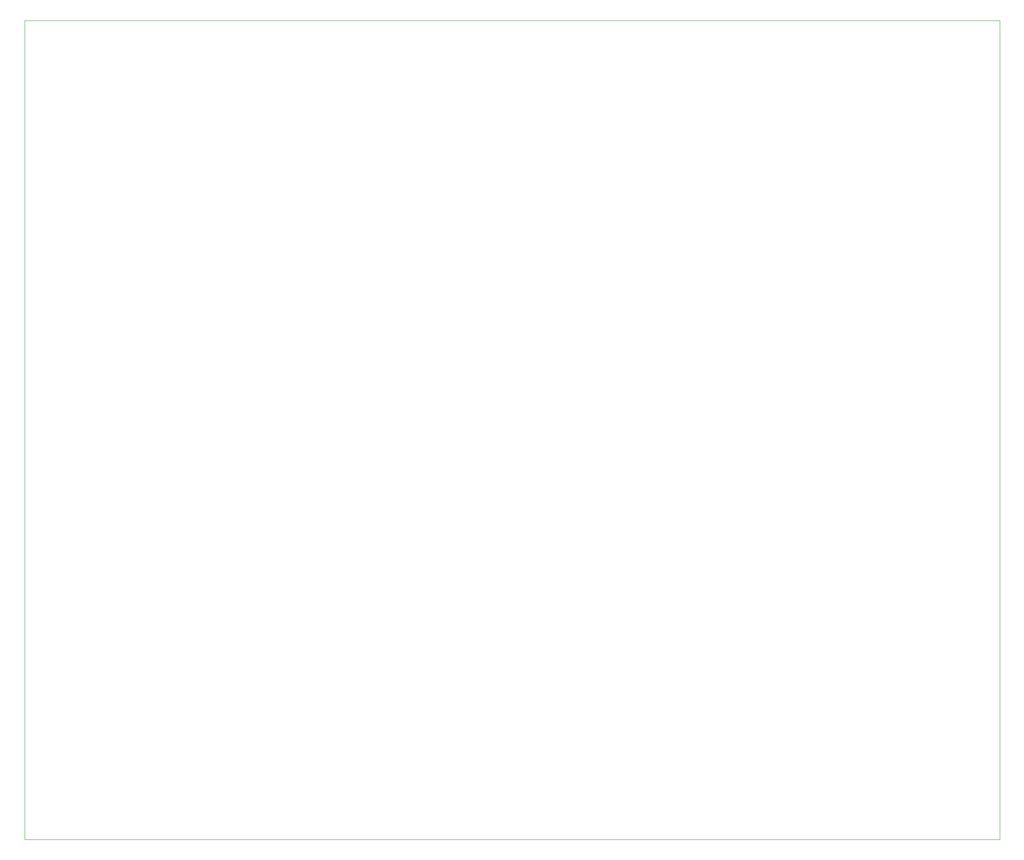
<source format=gbr>
%TF.GenerationSoftware,KiCad,Pcbnew,8.0.2-1*%
%TF.CreationDate,2024-08-10T13:00:32-04:00*%
%TF.ProjectId,gpram,67707261-6d2e-46b6-9963-61645f706362,rev?*%
%TF.SameCoordinates,Original*%
%TF.FileFunction,Profile,NP*%
%FSLAX46Y46*%
G04 Gerber Fmt 4.6, Leading zero omitted, Abs format (unit mm)*
G04 Created by KiCad (PCBNEW 8.0.2-1) date 2024-08-10 13:00:32*
%MOMM*%
%LPD*%
G01*
G04 APERTURE LIST*
%TA.AperFunction,Profile*%
%ADD10C,0.050000*%
%TD*%
G04 APERTURE END LIST*
D10*
X369000000Y-284000000D02*
X570000000Y-284000000D01*
X570000000Y-453000000D01*
X369000000Y-453000000D01*
X369000000Y-284000000D01*
M02*

</source>
